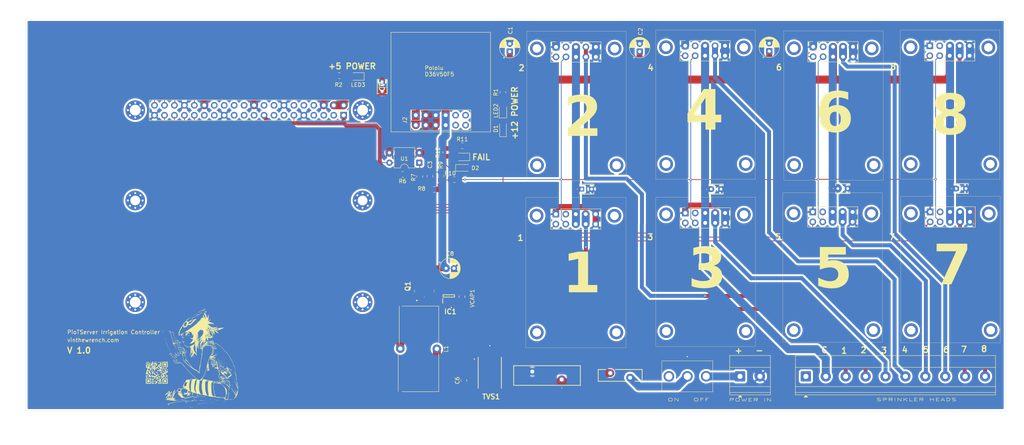
<source format=kicad_pcb>
(kicad_pcb (version 20241229) (generator "pcbnew") (generator_version "9.0")
  (layers (0 "F.Cu" signal) (2 "B.Cu" signal) (13 "F.Paste" user) (15 "B.Paste" user) (5 "F.SilkS" user "F.Silkscreen") (7 "B.SilkS" user "B.Silkscreen") (1 "F.Mask" user) (3 "B.Mask" user) (25 "Edge.Cuts" user))
  (net 0 "")
  (net 1 "+5V")
  (net 2 "GND")
  (net 3 "+12V")
  (net 4 "/FAIL")
  (net 5 "Net-(C3-Pad1)")
  (net 6 "Net-(D2-A)")
  (net 7 "/GPIO26")
  (net 8 "/GPIO25")
  (net 9 "/GPIO4{slash}GPCLK0")
  (net 10 "+3V3")
  (net 11 "/GPIO7{slash}SPI0.CE1")
  (net 12 "/GPIO27")
  (net 13 "/ID_SCL")
  (net 14 "/GPIO24")
  (net 15 "/GPIO17")
  (net 16 "/GPIO15{slash}RXD0")
  (net 17 "/GPIO22")
  (net 18 "/GPIO10{slash}SPI0.MOSI")
  (net 19 "/GPIO9{slash}SPI0.MISO")
  (net 20 "/GPIO23")
  (net 21 "/GPIO18{slash}PCM.CLK")
  (net 22 "/GPIO12")
  (net 23 "/GPIO5")
  (net 24 "/GPIO11{slash}SPI0.SCLK")
  (net 25 "/GPIO8{slash}SPI0.CE0")
  (net 26 "/ID_SDA")
  (net 27 "/GPIO20")
  (net 28 "/GPIO2{slash}SDA1")
  (net 29 "/GPIO14{slash}TXD0")
  (net 30 "/GPIO3{slash}SCL1")
  (net 31 "/GPIO21")
  (net 32 "/GPIO6")
  (net 33 "/GPIO16")
  (net 38 "Net-(R7-Pad1)")
  (net 39 "Net-(R10-Pad1)")
  (net 40 "Net-(LED1-A)")
  (net 41 "/GPIO13")
  (net 42 "/GPIO19")
  (net 43 "/OUT1")
  (net 45 "/OUT2")
  (net 47 "/OUT3")
  (net 49 "/OUT4")
  (net 51 "/OUT5")
  (net 54 "/OUT6")
  (net 56 "/OUT7")
  (net 57 "/OUT8")
  (net 59 "Net-(C6-Pad1)")
  (net 60 "Net-(IC1-EN)")
  (net 61 "Net-(IC1-VCAP)")
  (net 62 "Net-(IC1-G)")
  (net 66 "Net-(SW1-A)")
  (net 67 "Net-(J12-Pin_1)")
  (net 68 "Net-(D1-A)")
  (net 70 "Net-(LED2-A)")
  (net 71 "Net-(LED3-A)")
  (footprint "SMCJ60CA:DIONM7959X262N" (layer "F.Cu") (at 174.45 163.15 90)
    (property "Reference" "TVS1")
    (property "Value" "SMCJ60CA" (hide yes))
  )
  (footprint "MountingHole:MountingHole_2.2mm_M2_ISO7380_Pad_TopBottom" (layer "F.Cu") (at 251.95 122.48 180)
    (property "Reference" "REF**" (hide yes))
    (property "Value" "MountingHole_2.2mm_M2_ISO7380_Pad_TopBottom" (hide yes))
  )
  (footprint "MountingHole:MountingHole_2.2mm_M2_ISO7380_Pad_TopBottom" (layer "F.Cu") (at 301.65 80.15 180)
    (property "Reference" "REF**" (hide yes))
    (property "Value" "MountingHole_2.2mm_M2_ISO7380_Pad_TopBottom" (hide yes))
  )
  (footprint "Capacitor_SMD:C_0805_2012Metric_Pad1.18x1.45mm_HandSolder" (layer "F.Cu") (at 167.35 143.75 -90)
    (property "Reference" "VCAP1")
    (property "Value" ".1uf" (hide yes))
  )
  (footprint "Connector_PinSocket_2.54mm:PinSocket_2x05_P2.54mm_Vertical" (layer "F.Cu") (at 256.85 122.11 90)
    (property "Reference" "J8" (hide yes))
    (property "Value" "Conn_02x05_Odd_Even")
  )
  (footprint "MountingHole:MountingHole_2.5mm_Pad_Via" (layer "F.Cu") (at 84 145.15)
    (property "Reference" "MH5" (hide yes))
    (property "Value" "MountingHole_2.5mm_Pad_Via" (hide yes))
  )
  (footprint "MountingHole:MountingHole_2.5mm_Pad_Via" (layer "F.Cu") (at 142 119.2)
    (property "Reference" "MH3" (hide yes))
    (property "Value" "MountingHole_2.5mm_Pad_Via" (hide yes))
  )
  (footprint "LED_SMD:LED_0805_2012Metric_Pad1.15x1.40mm_HandSolder" (layer "F.Cu") (at 167.475 108.075 180)
    (property "Reference" "LED1" (hide yes))
    (property "Value" "APT2012SURCK" (hide yes))
  )
  (footprint "Connector_PinSocket_2.54mm:PinSocket_2x20_P2.54mm_Vertical" (layer "F.Cu") (at 137.18 97.45 -90)
    (property "Reference" "J1" (hide yes))
    (property "Value" "GPIO")
  )
  (footprint "Capacitor_SMD:C_0805_2012Metric_Pad1.18x1.45mm_HandSolder" (layer "F.Cu") (at 159.2 112.9875 90)
    (property "Reference" "C3")
    (property "Value" ".68uf" (hide yes))
  )
  (footprint "Connector_PinSocket_2.54mm:PinSocket_2x05_P2.54mm_Vertical" (layer "F.Cu") (at 286.7 79.73 90)
    (property "Reference" "J9" (hide yes))
    (property "Value" "Conn_02x05_Odd_Even")
  )
  (footprint "Noodle:noodle3" (layer "F.Cu") (at 99.541289 158.10812)
    (property "Reference" "G***" (hide yes))
    (property "Value" "LOGO" (hide yes))
  )
  (footprint "MountingHole:MountingHole_2.2mm_M2_ISO7380_Pad_TopBottom" (layer "F.Cu") (at 301.75 122.53 180)
    (property "Reference" "REF**" (hide yes))
    (property "Value" "MountingHole_2.2mm_M2_ISO7380_Pad_TopBottom" (hide yes))
  )
  (footprint "Connector_PinSocket_2.54mm:PinSocket_2x05_P2.54mm_Vertical" (layer "F.Cu") (at 224.3 79.73 90)
    (property "Reference" "J5" (hide yes))
    (property "Value" "Conn_02x05_Odd_Even")
  )
  (footprint "MountingHole:MountingHole_2.2mm_M2_ISO7380_Pad_TopBottom" (layer "F.Cu") (at 302.25 152.28 180)
    (property "Reference" "REF**" (hide yes))
    (property "Value" "MountingHole_2.2mm_M2_ISO7380_Pad_TopBottom" (hide yes))
  )
  (footprint "Resistor_SMD:R_0805_2012Metric_Pad1.20x1.40mm_HandSolder" (layer "F.Cu") (at 156.6 113.075 -90)
    (property "Reference" "R7")
    (property "Value" "100" (hide yes))
  )
  (footprint "Diode_SMD:D_SOD-323_HandSoldering" (layer "F.Cu") (at 177.83 100.9 90)
    (property "Reference" "D1")
    (property "Value" "1N4148WS-7-F" (hide yes))
  )
  (footprint "MountingHole:MountingHole_2.2mm_M2_ISO7380_Pad_TopBottom" (layer "F.Cu") (at 281.9 122.48 180)
    (property "Reference" "REF**" (hide yes))
    (property "Value" "MountingHole_2.2mm_M2_ISO7380_Pad_TopBottom" (hide yes))
  )
  (footprint "Resistor_SMD:R_0805_2012Metric_Pad1.20x1.40mm_HandSolder" (layer "F.Cu") (at 160.25 116.375)
    (property "Reference" "R8")
    (property "Value" "150" (hide yes))
  )
  (footprint "LED_SMD:LED_0805_2012Metric_Pad1.15x1.40mm_HandSolder" (layer "F.Cu") (at 140.525 87.55 180)
    (property "Reference" "LED3")
    (property "Value" "LG M67K-H1J2-24-Z" (hide yes))
  )
  (footprint "MountingHole:MountingHole_2.5mm_Pad_Via" (layer "F.Cu") (at 84 96.15)
    (property "Reference" "MH1" (hide yes))
    (property "Value" "MountingHole_2.5mm_Pad_Via" (hide yes))
  )
  (footprint "RCER71H104K0DBH03A:RCER71H104K0DBH03A" (layer "F.Cu") (at 293.45 116.15)
    (property "Reference" "C10" (hide yes))
    (property "Value" ".1uf" (hide yes))
  )
  (footprint "Resistor_SMD:R_0805_2012Metric_Pad1.20x1.40mm_HandSolder" (layer "F.Cu") (at 163.225 106.925 -90)
    (property "Reference" "R12")
    (property "Value" "6.8K" (hide yes))
  )
  (footprint "Package_DIP:DIP-4_W7.62mm" (layer "F.Cu") (at 156.47 109.565 180)
    (property "Reference" "U1")
    (property "Value" "PC817")
  )
  (footprint "Connector_PinSocket_2.54mm:PinSocket_2x05_P2.54mm_Vertical" (layer "F.Cu") (at 256.95 79.98 90)
    (property "Reference" "J7" (hide yes))
    (property "Value" "Conn_02x05_Odd_Even")
  )
  (footprint "MountingHole:MountingHole_2.2mm_M2_ISO7380_Pad_TopBottom" (layer "F.Cu") (at 206.8 110.2 180)
    (property "Reference" "REF**" (hide yes))
    (property "Value" "MountingHole_2.2mm_M2_ISO7380_Pad_TopBottom" (hide yes))
  )
  (footprint "Connector_PinSocket_2.54mm:PinSocket_2x05_P2.54mm_Vertical" (layer "F.Cu") (at 191.3 122.68 90)
    (property "Reference" "J3" (hide yes))
    (property "Value" "Conn_02x05_Odd_Even")
  )
  (footprint "MountingHole:MountingHole_2.2mm_M2_ISO7380_Pad_TopBottom" (layer "F.Cu") (at 186.45 152.85 180)
    (property "Reference" "REF**" (hide yes))
    (property "Value" "MountingHole_2.2mm_M2_ISO7380_Pad_TopBottom" (hide yes))
  )
  (footprint "Capacitor_THT:CP_Radial_D5.0mm_P2.00mm" (layer "F.Cu") (at 179.55 81.205113 90)
    (property "Reference" "C1")
    (property "Value" "10uf")
  )
  (footprint "MountingHole:MountingHole_2.2mm_M2_ISO7380_Pad_TopBottom" (layer "F.Cu") (at 186.4 123.05 180)
    (property "Reference" "REF**" (hide yes))
    (property "Value" "MountingHole_2.2mm_M2_ISO7380_Pad_TopBottom" (hide yes))
  )
  (footprint "Connector_PinSocket_2.54mm:PinSocket_2x05_P2.54mm_Vertical" (layer "F.Cu") (at 286.8 122.11 90)
    (property "Reference" "J10" (hide yes))
    (property "Value" "Conn_02x05_Odd_Even")
  )
  (footprint "Capacitor_SMD:C_0805_2012Metric_Pad1.18x1.45mm_HandSolder" (layer "F.Cu") (at 167.85 165.1125 90)
    (property "Reference" "C6")
    (property "Value" ".1uf")
  )
  (footprint "MountingHole:MountingHole_2.5mm_Pad_Via" (layer "F.Cu") (at 142 96.15)
    (property "Reference" "MH2" (hide yes))
    (property "Value" "MountingHole_2.5mm_Pad_Via" (hide yes))
  )
  (footprint "Capacitor_THT:CP_Radial_D5.0mm_P2.00mm" (layer "F.Cu") (at 163.3 136.5)
    (property "Reference" "C8")
    (property "Value" "220uf" (hide yes))
  )
  (footprint "MountingHole:MountingHole_2.2mm_M2_ISO7380_Pad_TopBottom" (layer "F.Cu") (at 252.05 80.35 180)
    (property "Reference" "REF**" (hide yes))
    (property "Value" "MountingHole_2.2mm_M2_ISO7380_Pad_TopBottom" (hide yes))
  )
  (footprint "MountingHole:MountingHole_2.2mm_M2_ISO7380_Pad_TopBottom" (layer "F.Cu") (at 239.75 109.9 180)
    (property "Reference" "REF**" (hide yes))
    (property "Value" "MountingHole_2.2mm_M2_ISO7380_Pad_TopBottom" (hide yes))
  )
  (footprint "MountingHole:MountingHole_2.2mm_M2_ISO7380_Pad_TopBottom" (layer "F.Cu") (at 219.45 109.9 180)
    (property "Reference" "REF**" (hide yes))
    (property "Value" "MountingHole_2.2mm_M2_ISO7380_Pad_TopBottom" (hide yes))
  )
  (footprint "MountingHole:MountingHole_2.2mm_M2_ISO7380_Pad_TopBottom" (layer "F.Cu") (at 252 152.28 180)
    (property "Reference" "REF**" (hide yes))
    (property "Value" "MountingHole_2.2mm_M2_ISO7380_Pad_TopBottom" (hide yes))
  )
  (footprint "LED_SMD:LED_0805_2012Metric_Pad1.15x1.40mm_HandSolder" (layer "F.Cu") (at 177.83 96.285 90)
    (property "Reference" "LED2")
    (property "Value" "LG M67K-H1J2-24-Z" (hide yes))
  )
  (footprint "MountingHole:MountingHole_2.2mm_M2_ISO7380_Pad_TopBottom" (layer "F.Cu") (at 206.25 123.1 180)
    (property "Reference" "REF**" (hide yes))
    (property "Value" "MountingHole_2.2mm_M2_ISO7380_Pad_TopBottom" (hide yes))
  )
  (footprint "MountingHole:MountingHole_2.5mm_Pad_Via" (layer "F.Cu") (at 142 145.15)
    (property "Reference" "MH6" (hide yes))
    (property "Value" "MountingHole_2.5mm_Pad_Via" (hide yes))
  )
  (footprint "MountingHole:MountingHole_2.2mm_M2_ISO7380_Pad_TopBottom" (layer "F.Cu") (at 302.15 109.9 180)
    (property "Reference" "REF**" (hide yes))
    (property "Value" "MountingHole_2.2mm_M2_ISO7380_Pad_TopBottom" (hide yes))
  )
  (footprint "RCER71H104K0DBH03A:RCER71H104K0DBH03A" (layer "F.Cu") (at 147 91.4 90)
    (property "Reference" "C7")
    (property "Value" ".1uf" (hide yes))
  )
  (footprint "V14E14AUTO:V14E14AUTO" (layer "F.Cu") (at 192.8 164.85 180)
    (property "Reference" "RV1" (hide yes))
    (property "Value" "MOV-14D201KKTR" (hide yes))
  )
  (footprint "MountingHole:MountingHole_2.2mm_M2_ISO7380_Pad_TopBottom" (layer "F.Cu") (at 206.3 80.45 180)
    (property "Reference" "REF**" (hide yes))
    (property "Value" "MountingHole_2.2mm_M2_ISO7380_Pad_TopBottom" (hide yes))
  )
  (footprint "Connector_PinSocket_2.54mm:PinSocket_2x05_P2.54mm_Vertical" (layer "F.Cu") (at 224.33 122.38 90)
    (property "Reference" "J6" (hide yes))
    (property "Value" "Conn_02x05_Odd_Even")
  )
  (footprint "MountingHole:MountingHole_2.5mm_Pad_Via" (layer "F.Cu") (at 84 119.2)
    (property "Reference" "MH4" (hide yes))
    (property "Value" "MountingHole_2.5mm_Pad_Via" (hide yes))
  )
  (footprint "LM74500QDDFRQ1:SOT65P280X110-8N" (layer "F.Cu") (at 164 143.55 90)
    (property "Reference" "IC1")
    (property "Value" "LM74500QDDFRQ1" (hide yes))
  )
  (footprint "Inductor_THT:L_Toroid_Vertical_L21.6mm_W9.1mm_P8.40mm_Bourns_5700" (layer "F.Cu") (at 162.31 157.08 -90)
    (property "Reference" "L1")
    (property "Value" "10 uH")
  )
  (footprint "Connector_PinSocket_2.54mm:PinSocket_2x05_P2.54mm_Vertical" (layer "F.Cu") (at 191.35 80.03 90)
    (property "Reference" "J4" (hide yes))
    (property "Value" "Conn_02x05_Odd_Even")
  )
  (footprint "MountingHole:MountingHole_2.2mm_M2_ISO7380_Pad_TopBottom" (layer "F.Cu") (at 219.43 122.75 180)
    (property "Reference" "REF**" (hide yes))
    (property "Value" "MountingHole_2.2mm_M2_ISO7380_Pad_TopBottom" (hide yes))
  )
  (footprint "RCER71H104K0DBH03A:RCER71H104K0DBH03A" (layer "F.Cu") (at 197.925 116.3)
    (property "Reference" "C5" (hide yes))
    (property "Value" ".1uf" (hide yes))
  )
  (footprint "MountingHole:MountingHole_2.2mm_M2_ISO7380_Pad_TopBottom" (layer "F.Cu") (at 219.4 80.1 180)
    (property "Reference" "REF**" (hide yes))
    (property "Value" "MountingHole_2.2mm_M2_ISO7380_Pad_TopBottom" (hide yes))
  )
  (footprint "MountingHole:MountingHole_2.2mm_M2_ISO7380_Pad_TopBottom" (layer "F.Cu") (at 239.28 122.8 180)
    (property "Reference" "REF**" (hide yes))
    (property "Value" "MountingHole_2.2mm_M2_ISO7380_Pad_TopBottom" (hide yes))
  )
  (footprint "Connector_PinSocket_2.54mm:PinSocket_2x06_P2.54mm_Vertical" (layer "F.Cu") (at 155.575 97.435 90)
    (property "Reference" "J2")
    (property "Value" "Conn_02x06_Top_Bottom" (hide yes))
  )
  (footprint "MountingHole:MountingHole_2.2mm_M2_ISO7380_Pad_TopBottom" (layer "F.Cu") (at 281.85 109.9 180)
    (property "Reference" "REF**" (hide yes))
    (property "Value" "MountingHole_2.2mm_M2_ISO7380_Pad_TopBottom" (hide yes))
  )
  (footprint "RXEF090:RXEF0902" (layer "F.Cu") (at 210.25 164.4 180)
    (property "Reference" "F1" (hide yes))
    (property "Value" "RXEF090" (hide yes))
  )
  (footprint "MountingHole:MountingHole_2.2mm_M2_ISO7380_Pad_TopBottom" (layer "F.Cu") (at 186.5 110.2 180)
    (property "Reference" "REF**" (hide yes))
    (property "Value" "MountingHole_2.2mm_M2_ISO7380_Pad_TopBottom" (hide yes))
  )
  (footprint "LOGO" (layer "F.Cu") (at 89.5 163.15 180)
    (property "Reference" "G***" (hide yes))
    (property "Value" "LOGO" (hide yes))
  )
  (footprint "MountingHole:MountingHole_2.2mm_M2_ISO7380_Pad_TopBottom" (layer "F.Cu") (at 239.78 152.55 180)
    (property "Reference" "REF**" (hide yes))
    (property "Value" "MountingHole_2.2mm_M2_ISO7380_Pad_TopBottom" (hide yes))
  )
  (footprint "MountingHole:MountingHole_2.2mm_M2_ISO7380_Pad_TopBottom" (layer "F.Cu") (at 281.8 80.1 180)
    (property "Reference" "REF**" (hide yes))
    (property "Value" "MountingHole_2.2mm_M2_ISO7380_Pad_TopBottom" (hide yes))
  )
  (footprint "Diode_SMD:D_SOD-323_HandSoldering" (layer "F.Cu") (at 167.75 110.875)
    (property "Reference" "D2")
    (property "Value" "1N4148WS-7-F" (hide yes))
  )
  (footprint "M2011SS1W01:M2011SS1W01CUL" (layer "F.Cu") (at 224.85 164.0725 90)
    (property "Reference" "SW1" (hide yes))
    (property "Value" "SW_SPST" (hide yes))
  )
  (footprint "Resistor_SMD:R_0805_2012Metric_Pad1.20x1.40mm_HandSolder" (layer "F.Cu") (at 165.4 113.875)
    (property "Reference" "R10")
    (property "Value" "3.3K" (hide yes))
  )
  (footprint "CSD18532Q5BT:CSD18532Q5BT" (layer "F.Cu") (at 157.75 140.8 90)
    (property "Reference" "Q1")
    (property "Value" "CSD18532Q5BT" (hide yes))
  )
  (footprint "MountingHole:MountingHole_2.2mm_M2_ISO7380_Pad_TopBottom" (layer "F.Cu") (at 271.8 122.53 180)
    (property "Reference" "REF**" (hide yes))
    (property "Value" "MountingHole_2.2mm_M2_ISO7380_Pad_TopBottom" (hide yes))
  )
  (footprint "MountingHole:MountingHole_2.2mm_M2_ISO7380_Pad_TopBottom" (layer "F.Cu") (at 219.48 152.55 180)
    (property "Reference" "REF**" (hide yes))
    (property "Value" "MountingHole_2.2mm_M2_ISO7380_Pad_TopBottom" (hide yes))
  )
  (footprint "MountingHole:MountingHole_2.2mm_M2_ISO7380_Pad_TopBottom" (layer "F.Cu") (at 271.9 80.4 180)
    (property "Reference" "REF**" (hide yes))
    (property "Value" "MountingHole_2.2mm_M2_ISO7380_Pad_TopBottom" (hide yes))
  )
  (footprint "Capacitor_THT:CP_Radial_D5.0mm_P2.00mm" (layer "F.Cu") (at 212.7 81.205113 90)
    (property "Reference" "C2")
    (property "Value" "10uf" (hide yes))
  )
  (footprint "Capacitor_THT:CP_Radial_D5.0mm_P2.00mm" (layer "F.Cu") (at 245.75 81.1 90)
    (property "Reference" "C4" (hide yes))
    (property "Value" "10uf" (hide yes))
  )
  (footprint "MountingHole:MountingHole_2.2mm_M2_ISO7380_Pad_TopBottom" (layer "F.Cu") (at 281.95 152.28 180)
    (property "Reference" "REF**" (hide yes))
    (property "Value" "MountingHole_2.2mm_M2_ISO7380_Pad_TopBottom" (hide yes))
  )
  (footprint "TerminalBlock_Phoenix:TerminalBlock_Phoenix_MKDS-1,5-2-5.08_1x02_P5.08mm_Horizontal" (layer "F.Cu") (at 238.305 164.0725)
    (property "Reference" "J12" (hide yes))
    (property "Value" "Screw_Terminal_01x02" (hide yes))
  )
  (footprint "Resistor_SMD:R_0805_2012Metric_Pad1.20x1.40mm_HandSolder" (layer "F.Cu") (at 136.05 87.35)
    (property "Reference" "R2")
    (property "Value" "330" (hide yes))
  )
  (footprint "RCER71H104K0DBH03A:RCER71H104K0DBH03A" (layer "F.Cu") (at 230.95 116.3)
    (property "Reference" "C5" (hide yes))
    (property "Value" ".1uf" (hide yes))
  )
  (footprint "MountingHole:MountingHole_2.2mm_M2_ISO7380_Pad_TopBottom" (layer "F.Cu") (at 272.4 110.15 180)
    (property "Reference" "REF**" (hide yes))
    (property "Value" "MountingHole_2.2mm_M2_ISO7380_Pad_TopBottom" (hide yes))
  )
  (footprint "Resistor_SMD:R_0805_2012Metric_Pad1.20x1.40mm_HandSolder" (layer "F.Cu") (at 177.83 91.6 -90)
    (property "Reference" "R1")
    (property "Value" "5.6K" (hide yes))
  )
  (footprint "TerminalBlock_Phoenix:TerminalBlock_Phoenix_MKDS-1,5-10-5.08_1x10_P5.08mm_Horizontal" (layer "F.Cu") (at 255.09 164.0725)
    (property "Reference" "J11" (hide yes))
    (property "Value" "Screw_Terminal_01x10" (hide yes))
  )
  (footprint "Resistor_SMD:R_0805_2012Metric_Pad1.20x1.40mm_HandSolder" (layer "F.Cu") (at 161.95 112.975 90)
    (property "Reference" "R9")
    (property "Value" "1.8K" (hide yes))
  )
  (footprint "MountingHole:MountingHole_2.2mm_M2_ISO7380_Pad_TopBottom" (layer "F.Cu") (at 206.75 152.85 180)
    (property "Reference" "REF**" (hide yes))
    (property "Value" "MountingHole_2.2mm_M2_ISO7380_Pad_TopBottom" (hide yes))
  )
  (footprint "Resistor_SMD:R_0805_2012Metric_Pad1.20x1.40mm_HandSolder" (layer "F.Cu") (at 152.225 112.55 180)
    (property "Reference" "R6")
    (property "Value" "10K")
  )
  (footprint "MountingHole:MountingHole_2.2mm_M2_ISO7380_Pad_TopBottom" (layer "F.Cu") (at 252.1 110.15 180)
    (property "Reference" "REF**" (hide yes))
    (property "Value" "MountingHole_2.2mm_M2_ISO7380_Pad_TopBottom" (hide yes))
  )
  (footprint "RCER71H104K0DBH03A:RCER71H104K0DBH03A" (layer "F.Cu") (at 263.25 116.15)
    (property "Reference" "C9" (hide yes))
    (property "Value" ".1uf" (hide yes))
  )
  (footprint "MountingHole:MountingHole_2.2mm_M2_ISO7380_Pad_TopBottom" (layer "F.Cu") (at 239.25 80.15 180)
    (property "Reference" "REF**" (hide yes))
    (property "Value" "MountingHole_2.2mm_M2_ISO7380_Pad_TopBottom" (hide yes))
  )
  (footprint "MountingHole:MountingHole_2.2mm_M2_ISO7380_Pad_TopBottom" (layer "F.Cu") (at 186.45 80.4 180)
    (property "Reference" "REF**" (hide yes))
    (property "Value" "MountingHole_2.2mm_M2_ISO7380_Pad_TopBottom" (hide yes))
  )
  (footprint "Resistor_SMD:R_0805_2012Metric_Pad1.20x1.40mm_HandSolder" (layer "F.Cu") (at 167.45 105.225)
    (property "Reference" "R11")
    (property "Value" "5.6K" (hide yes))
  )
  (footprint "MountingHole:MountingHole_2.2mm_M2_ISO7380_Pad_TopBottom" (layer "F.Cu") (at 272.3 152.28 180)
    (property "Reference" "REF**" (hide yes))
    (property "Value" "MountingHole_2.2mm_M2_ISO7380_Pad_TopBottom" (hide yes))
  )
  (footprint "Raspberry-Pi-4-library-for-kicad:raspberrypi_2_3" (layer "B.Cu") (at 113 96.15 180)
    (property "Reference" "RP?" (hide yes))
    (property "Value" "Raspberry_Pi_2_3" (hide yes))
  )
  (gr_rect (start 155.55 143) (end 158.65 145.5) (stroke (width 0.2)) (fill yes) (layer "F.Cu") (net 60))
  (gr_rect (start 279.3 118.08) (end 304.7 155.53) (stroke (width 0.05)) (fill no) (layer "F.SilkS"))
  (gr_rect (start 279.2 75.7) (end 304.6 113.8) (stroke (width 0.05)) (fill no) (layer "F.SilkS"))
  (gr_rect (start 183.85 76) (end 209.25 114.1) (stroke (width 0.05)) (fill no) (layer "F.SilkS"))
  (gr_rect (start 216.8 75.7) (end 242.2 113.8) (stroke (width 0.05)) (fill no) (layer "F.SilkS"))
  (gr_rect (start 216.83 118.35) (end 242.23 156.45) (stroke (width 0.05)) (fill no) (layer "F.SilkS"))
  (gr_rect (start 249.45 75.95) (end 274.85 114.05) (stroke (width 0.05)) (fill no) (layer "F.SilkS"))
  (gr_rect (start 183.65 118.43) (end 209.2 156.75) (stroke (width 0.05)) (fill no) (layer "F.SilkS"))
  (gr_rect (start 249.225 117.25) (end 274.625 155.35) (stroke (width 0.05)) (fill no) (layer "F.SilkS"))
  (gr_rect (start 149.25 76.3) (end 174.65 101.7) (stroke (width 0.12)) (fill no) (layer "F.SilkS"))
  (gr_rect (start 56.05 72.9) (end 306.05 172.9) (stroke (width 0.05)) (fill no) (layer "Edge.Cuts"))
  (gr_text "2" (at 193.25 104.45 0) (layer "F.SilkS") (effects (font (size 10.16 10.16) (thickness 0.3) (bold yes)) (justify left bottom)))
  (gr_text "ON   OFF\n" (at 219.675 170.475 0) (layer "F.SilkS") (effects (font (size 0.7634 1.5) (thickness 0.1016)) (justify left bottom)))
  (gr_text "2" (at 181.65 86.275 0) (layer "F.SilkS") (effects (font (size 1.5 1.5) (thickness 0.3) (bold yes)) (justify left bottom)))
  (gr_text "4" (at 214.575 86.225 0) (layer "F.SilkS") (effects (font (size 1.5 1.5) (thickness 0.3) (bold yes)) (justify left bottom)))
  (gr_text "6" (at 247.325 86.125 0) (layer "F.SilkS") (effects (font (size 1.5 1.5) (thickness 0.3) (bold yes)) (justify left bottom)))
  (gr_text "+5 POWER" (at 133.09 85.83 0) (layer "F.SilkS") (effects (font (size 1.5 1.5) (thickness 0.3) (bold yes)) (justify left bottom)))
  (gr_text "8" (at 286.95 104 0) (layer "F.SilkS") (effects (font (size 10.16 10.16) (thickness 0.3) (bold yes)) (justify left bottom)))
  (gr_text "3" (at 214.475 129.4 0) (layer "F.SilkS") (effects (font (size 1.5 1.5) (thickness 0.3) (bold yes)) (justify left bottom)))
  (gr_text "7\n" (at 294.525 158.075 0) (layer "F.SilkS") (effects (font (size 1.5 1.5) (thickness 0.3) (bold yes)) (justify left bottom)))
  (gr_text "1" (at 192.97 144.34 0) (layer "F.SilkS") (effects (font (size 10.16 10.16) (thickness 0.3) (bold yes)) (justify left bottom)))
  (gr_text "3" (at 224.98 143.12 0) (layer "F.SilkS") (effects (font (size 10.16 10.16) (thickness 0.3) (bold yes)) (justify left bottom)))
  (gr_text "4" (at 279.425 158.2 0) (layer "F.SilkS") (effects (font (size 1.5 1.5) (thickness 0.3) (bold yes)) (justify left bottom)))
  (gr_text "SPRINKLER HEADS" (at 272.95 170.45 0) (layer "F.SilkS") (effects (font (size 0.7634 1.5) (thickness 0.1016)) (justify left bottom)))
  (gr_text "6" (at 257.45 103.4 0) (layer "F.SilkS") (effects (font (size 10.16 10.16) (thickness 0.3) (bold yes)) (justify left bottom)))
  (gr_text "5" (at 247.1 129.4 0) (layer "F.SilkS") (effects (font (size 1.5 1.5) (thickness 0.3) (bold yes)) (justify left bottom)))
  (gr_text "+" (at 236.8 158.36 0) (layer "F.SilkS") (effects (font (size 1.5 1.5) (thickness 0.3) (bold yes)) (justify left bottom)))
  (gr_text "5" (at 284.775 158.15 0) (layer "F.SilkS") (effects (font (size 1.5 1.5) (thickness 0.3) (bold yes)) (justify left bottom)))
  (gr_text "POWER IN" (at 235.33 170.52 0) (layer "F.SilkS") (effects (font (size 0.7634 1.5) (thickness 0.1016)) (justify left bottom)))
  (gr_text "3" (at 274.125 158.325 0) (layer "F.SilkS") (effects (font (size 1.5 1.5) (thickness 0.3) (bold yes)) (justify left bottom)))
  (gr_text "Pololu\nD36V50F5" (at 157.775 87.575 0) (layer "F.SilkS") (effects (font (size 1 1)) (justify left bottom)))
  (gr_text "2" (at 268.875 158.25 0) (layer "F.SilkS") (effects (font (size 1.5 1.5) (thickness 0.3) (bold yes)) (justify left bottom)))
  (gr_text "4" (at 224.25 102.85 0) (layer "F.SilkS") (effects (font (size 10.16 10.16) (thickness 0.3) (bold yes)) (justify left bottom)))
  (gr_text "V 1.0\n" (at 66.45 158.325 0) (layer "F.SilkS") (effects (font (size 1.5 1.5) (thickness 0.3) (bold yes)) (justify left bottom)))
  (gr_text "7" (at 276.125 129.4 0) (layer "F.SilkS") (effects (font (size 1.5 1.5) (thickness 0.3) (bold yes)) (justify left bottom)))
  (gr_text "1" (at 181.375 129.6 0) (layer "F.SilkS") (effects (font (size 1.5 1.5) (thickness 0.3) (bold yes)) (justify left bottom)))
  (gr_text "-" (at 242.11 158.3 0) (layer "F.SilkS") (effects (font (size 1.5 1.5) (thickness 0.3) (bold yes)) (justify left bottom)))
  (gr_text "5" (at 257.15 143.15 0) (layer "F.SilkS") (effects (font (size 10.16 10.16) (thickness 0.3) (bold yes)) (justify left bottom)))
  (gr_text "FAIL" (at 174.7 109.025 0) (layer "F.SilkS") (effects (font (size 1.5 1.5) (thickness 0.3) (bold yes)) (justify right bottom)))
  (gr_text "PioTServer Irrigation Controller " (at 66.575 153.375 0) (layer "F.SilkS") (effects (font (size 1 1)) (justify left bottom)))
  (gr_text "vinthewrench.com" (at 66.575 155.4 0) (layer "F.SilkS") (effects (font (size 1 1)) (justify left bottom)))
  (gr_text "6" (at 289.975 158.15 0) (layer "F.SilkS") (effects (font (size 1.5 1.5) (thickness 0.3) (bold yes)) (justify left bottom)))
  (gr_text "1" (at 263.95 158.375 0) (layer "F.SilkS") (effects (font (size 1.5 1.5) (thickness 0.3) (bold yes)) (justify left bottom)))
  (gr_text "8" (at 276.45 85.975 0) (layer "F.SilkS") (effects (font (size 1.5 1.5) (thickness 0.3) (bold yes)) (justify left bottom)))
  (gr_text "7" (at 287.5 142.3 0) (layer "F.SilkS") (effects (font (size 10.16 10.16) (thickness 0.3) (bold yes)) (justify left bottom)))
  (gr_text "8" (at 299.65 157.95 0) (layer "F.SilkS") (effects (font (size 1.5 1.5) (thickness 0.3) (bold yes)) (justify left bottom)))
  (gr_text "C" (at 258.875 158.2 0) (layer "F.SilkS") (effects (font (size 1.5 1.5) (thickness 0.3) (bold yes)) (justify left bottom)))
  (gr_text "+12 POWER" (at 181.69 89.94 90) (layer "F.SilkS") (effects (font (size 1.5 1.5) (thickness 0.3) (bold yes)) (justify right bottom)))
  (segment (start 143.31 91.44) (end 143.3 91.45) (width 0.2) (layer "F.Cu") (net 1))
  (segment (start 155.575 99.975) (end 155.575 97.435) (width 2.032) (layer "F.Cu") (net 1))
  (segment (start 153.925 91.45) (end 155.575 93.1) (width 2.032) (layer "F.Cu") (net 1))
  (segment (start 134.64 94.91) (end 137.18 94.91) (width 2.032) (layer "F.Cu") (net 1))
  (segment (start 137.75 91.45) (end 143.3 91.45) (width 2.032) (layer "F.Cu") (net 1))
  (segment (start 137.18 94.91) (end 137.18 92.02) (width 2.032) (layer "F.Cu") (net 1))
  (segment (start 143.3 91.45) (end 153.925 91.45) (width 2.032) (layer "F.Cu") (net 1))
  (segment (start 141.56 87.56) (end 143.31 87.56) (width 0.2) (layer "F.Cu") (net 1))
  (segment (start 137.18 92.02) (end 137.75 91.45) (width 2.032) (layer "F.Cu") (net 1))
  (segment (start 155.575 93.1) (end 155.575 97.435) (width 2.032) (layer "F.Cu") (net 1))
  (segment (start 143.31 87.56) (end 143.31 91.44) (width 0.2) (layer "F.Cu") (net 1))
  (segment (start 158.2 102.525) (end 158.115 102.44) (width 2.032) (layer "F.Cu") (net 2))
  (segment (start 234.45 121.1) (end 234.45 124.842081) (width 1.524) (layer "F.Cu") (net 2))
  (segment (start 116.75 90.7) (end 132.1 90.7) (width 2.032) (layer "F.Cu") (net 2))
  (segment (start 132.1 83.325) (end 147.1 83.325) (width 2.032) (layer "F.Cu") (net 2))
  (segment (start 156.47 107.025) (end 157.8 107.025) (width 2.032) (layer "F.Cu") (net 2))
  (segment (start 158.115 102.44) (end 158.115 99.975) (width 2.032) (layer "F.Cu") (net 2))
  (segment (start 177.83 116.41) (end 179.98 118.56) (width 0.2) (layer "F.Cu") (net 2))
  (segment (start 135.05 87.35) (end 132.55 87.35) (width 0.2) (layer "F.Cu") (net 2))
  (segment (start 191.733 120.867) (end 200.849081 120.867) (width 1.524) (layer "F.Cu") (net 2))
  (segment (start 163.675 145.475) (end 164.65 146.45) (width 0.2) (layer "F.Cu") (net 2))
  (segment (start 191.3 122.68) (end 191.3 121.3) (width 1.524) (layer "F.Cu") (net 2))
  (segment (start 179.98 118.56) (end 189.426 118.56) (width 0.2) (layer "F.Cu") (net 2))
  (segment (start 224.723 120.489081) (end 233.839081 120.489081) (width 1.524) (layer "F.Cu") (net 2))
  (segment (start 170.5 159.65) (end 174.45 159.65) (width 1.524) (layer "F.Cu") (net 2))
  (segment (start 148.85 107.025) (end 148.85 104.625) (width 2.032) (layer "F.Cu") (net 2))
  (segment (start 157.8 107.025) (end 158.2 106.625) (width 2.032) (layer "F.Cu") (net 2))
  (segment (start 174.45 159.65) (end 174.45 156.85) (width 1.524) (layer "F.Cu") (net 2))
  (segment (start 101.62 91.88) (end 102.8 90.7) (width 2.032) (layer "F.Cu") (net 2))
  (segment (start 132.1 87.8) (end 132.1 90.7) (width 2.032) (layer "F.Cu") (net 2))
  (segment (start 177.83 102.15) (end 177.83 116.41) (width 0.2) (layer "F.Cu") (net 2))
  (segment (start 160.2 101.425) (end 160.2 99.975) (width 2.032) (layer "F.Cu") (net 2))
  (segment (start 158.115 99.975) (end 160.2 99.975) (width 2.032) (layer "F.Cu") (net 2))
  (segment (start 159.2 107.625) (end 158.2 106.625) (width 0.2) (layer "F.Cu") (net 2))
  (segment (start 150.05 103.425) (end 158.2 103.425) (width 2.032) (layer "F.Cu") (net 2))
  (segment (start 159.2 111.95) (end 161.875 111.95) (width 0.2) (layer "F.Cu") (net 2))
  (segment (start 224.29 122.302081) (end 224.29 120.922081) (width 1.524) (layer "F.Cu") (net 2))
  (segment (start 160.2 99.975) (end 160.655 99.975) (width 2.032) (layer "F.Cu") (net 2))
  (segment (start 200.849081 120.867) (end 201.46 121.477919) (width 1.524) (layer "F.Cu") (net 2))
  (segment (start 147 83.425) (end 147.1 83.325) (width 1.524) (layer "F.Cu") (net 2))
  (segment (start 191.3 121.3) (end 191.733 120.867) (width 1.524) (layer "F.Cu") (net 2))
  (segment (start 132.55 87.35) (end 132.1 87.8) (width 0.2) (layer "F.Cu") (net 2))
  (segment (start 201.46 121.477919) (end 201.46 125.22) (width 1.524) (layer "F.Cu") (net 2))
  (segment (start 167.85 164.075) (end 167.85 162.05) (width 1.524) (layer "F.Cu") (net 2))
  (segment (start 189.426 118.56) (end 191.733 120.867) (width 0.2) (layer "F.Cu") (net 2))
  (segment (start 158.2 103.425) (end 160.2 101.425) (width 2.032) (layer "F.Cu") (net 2))
  (segment (start 102.8 90.7) (end 116.75 90.7) (width 2.032) (layer "F.Cu") (net 2))
  (segment (start 148.85 104.625) (end 150.05 103.425) (width 2.032) (layer "F.Cu") (net 2))
  (segment (start 160.655 97.435) (end 160.655 99.975) (width 2.032) (layer "F.Cu") (net 2))
  (segment (start 101.62 94.91) (end 101.62 91.88) (width 2.032) (layer "F.Cu") (net 2))
  (segment (start 167.85 162.05) (end 170.25 159.65) (width 1.524) (layer "F.Cu") (net 2))
  (segment (start 158.115 97.435) (end 160.655 97.435) (width 2.032) (layer "F.Cu") (net 2))
  (segment (start 115.45 90.7) (end 116.75 90.7) (width 2.032) (layer "F.Cu") (net 2))
  (segment (start 158.115 90.09) (end 158.115 97.435) (width 2.032) (layer "F.Cu") (net 2))
  (segment (start 151.35 83.325) (end 158.115 90.09) (width 2.032) (layer "F.Cu") (net 2))
  (segment (start 147.1 83.325) (end 151.35 83.325) (width 2.032) (layer "F.Cu") (net 2))
  (segment (start 132.1 87.8) (end 132.1 83.325) (width 2.032) (layer "F.Cu") (net 2))
  (segment (start 159.2 112.15) (end 159.2 107.625) (width 0.2) (layer "F.Cu") (net 2))
  (segment (start 174.5 156.8) (end 174.45 156.85) (width 1.524) (layer "F.Cu") (net 2))
  (segment (start 163.675 144.8) (end 163.675 145.475) (width 0.2) (layer "F.Cu") (net 2))
  (segment (start 158.2 103.425) (end 158.2 102.525) (width 2.032) (layer "F.Cu") (net 2))
  (segment (start 114.32 91.83) (end 115.45 90.7) (width 2.032) (layer "F.Cu") (net 2))
  (segment (start 114.32 94.91) (end 114.32 91.83) (width 2.032) (layer "F.Cu") (net 2))
  (segment (start 158.2 106.625) (end 158.2 103.425) (width 2.032) (layer "F.Cu") (net 2))
  (segment (start 170.25 159.65) (end 170.5 159.65) (width 1.524) (layer "F.Cu") (net 2))
  (segment (start 147 88.9) (end 147 83.425) (width 1.524) (layer "F.Cu") (net 2))
  (segment (start 224.29 120.922081) (end 224.723 120.489081) (width 1.524) (layer "F.Cu") (net 2))
  (segment (start 233.839081 120.489081) (end 234.45 121.1) (width 1.524) (layer "F.Cu") (net 2))
  (segment (start 132.1 90.7) (end 132.1 94.91) (width 2.032) (layer "F.Cu") (net 2))
  (segment (start 158.115 99.975) (end 158.115 97.435) (width 2.032) (layer "F.Cu") (net 2))
  (via (at 170.5 159.65) (size 0.6) (drill 0.3) (layers "F.Cu" "B.Cu") (net 2))
  (via (at 164.65 146.45) (size 0.6) (drill 0.3) (layers "F.Cu" "B.Cu") (net 2))
  (via (at 174.45 156.25) (size 0.6) (drill 0.3) (layers "F.Cu" "B.Cu") (net 2))
  (segment (start 256.95 79.98) (end 256.95 77.233) (width 2.032) (layer "B.Cu") (net 2))
  (segment (start 212.7 79.205113) (end 212.7 76.95) (width 1.524) (layer "B.Cu") (net 2))
  (segment (start 265.75 116.15) (end 266.86 116.15) (width 1.524) (layer "B.Cu") (net 2))
  (segment (start 296.96 124.65) (end 296.96 115.75) (width 2.032) (layer "B.Cu") (net 2))
  (segment (start 234.46 76.89) (end 234.5 76.85) (width 1.524) (layer "B.Cu") (net 2))
  (segment (start 296.96 115.75) (end 296.96 79.83) (width 2.032) (layer "B.Cu") (net 2))
  (segment (start 267.11 78.525) (end 267.11 79.98) (width 2.032) (layer "B.Cu") (net 2))
  (segment (start 245.75 77) (end 245.6 76.85) (width 1.524) (layer "B.Cu") (net 2))
  (segment (start 172.675 157.275) (end 170.7 159.25) (width 2.032) (layer "B.Cu") (net 2))
  (segment (start 295.95 116.15) (end 296.56 116.15) (width 1.524) (layer "B.Cu") (net 2))
  (segment (start 243.1725 164.0725) (end 242.975 163.875) (width 2.032) (layer "B.Cu") (net 2))
  (segment (start 235.275 158.325) (end 235.05 158.1) (width 2.032) (layer "B.Cu") (net 2))
  (segment (start 213.75 76.85) (end 224.25 76.85) (width 2.032) (layer "B.Cu") (net 2))
  (segment (start 191.1 76.85) (end 179.6 76.85) (width 2.032) (layer "B.Cu") (net 2))
  (segment (start 192.55 145.1) (end 166 145.1) (width 2.032) (layer "B.Cu") (net 2))
  (segment (start 187.2 162.85) (end 192.55 157.5) (width 2.032) (layer "B.Cu") (net 2))
  (segment (start 212.7 76.95) (end 212.6 76.85) (width 1.524) (layer "B.Cu") (net 2))
  (segment (start 245.6 76.85) (end 266.667 76.85) (width 2.032) (layer "B.Cu") (net 2))
  (segment (start 234.46 82.27) (end 234.47 82.26) (width 2.032) (layer "B.Cu") (net 2))
  (segment (start 296.96 79.83) (end 296.86 79.73) (width 2.032) (layer "B.Cu") (net 2))
  (segment (start 267.01 80.08) (end 267.11 79.98) (width 2.032) (layer "B.Cu") (net 2))
  (segment (start 160.655 77.72) (end 160.655 97.435) (width 2.032) (layer "B.Cu") (net 2))
  (segment (start 161.525 76.85) (end 160.655 77.72) (width 2.032) (layer "B.Cu") (net 2))
  (segment (start 166 145.1) (end 164.65 146.45) (width 2.032) (layer "B.Cu") (net 2))
  (segment (start 233.45 116.3) (end 234.39 116.3) (width 1.524) (layer "B.Cu") (net 2))
  (segment (start 191.35 77.1) (end 191.35 80.03) (width 2.032) (layer "B.Cu") (net 2))
  (segment (start 201.51 82.57) (end 201.51 77.24) (width 2.032) (layer "B.Cu") (net 2))
  (segment (start 267.11 78.525) (end 267.11 82.52) (width 2.032) (layer "B.Cu") (net 2))
  (segment (start 200.425 116.3) (end 200.425 116.55) (width 1.016) (layer "B.Cu") (net 2))
  (segment (start 234.39 116.3) (end 234.49 116.2) (width 1.524) (layer "B.Cu") (net 2))
  (segment (start 267.01 124.65) (end 267.01 116) (width 2.032) (layer "B.Cu") (net 2))
  (segment (start 185.3 162.85) (end 181.05 162.85) (width 2.032) (layer "B.Cu") (net 2))
  (segment (start 172.675 154.475) (end 164.65 146.45) (width 2.032) (layer "B.Cu") (net 2))
  (segment (start 242.975 159.675) (end 241.625 158.325) (width 2.032) (layer "B.Cu") (net 2))
  (segment (start 234.47 82.26) (end 234.47 79.68) (width 2.032) (layer "B.Cu") (net 2))
  (segment (start 234.46 79.73) (end 234.46 76.89) (width 2.032) (layer "B.Cu") (net 2))
  (segment (start 191.1 76.85) (end 191.35 77.1) (width 2.032) (layer "B.Cu") (net 2))
  (segment (start 242.975 163.875) (end 242.975 159.675) (width 2.032) (layer "B.Cu") (net 2))
  (segment (start 179.55 76.9) (end 179.6 76.85) (width 1.524) (layer "B.Cu") (net 2))
  (segment (start 181.05 162.85) (end 174.45 156.25) (width 2.032) (layer "B.Cu") (net 2))
  (segment (start 172.675 154.475) (end 172.675 157.275) (width 2.032) (layer "B.Cu") (net 2))
  (segment (start 224.25 76.85) (end 234.5 76.85) (width 2.032) (layer "B.Cu") (net 2))
  (segment (start 165.3 144.4) (end 166 145.1) (width 1.524) (layer "B.Cu") (net 2))
  (segment (start 174.45 156.25) (end 172.675 154.475) (width 2.032) (layer "B.Cu") (net 2))
  (segment (start 191.1 76.85) (end 212.6 76.85) (width 2.032) (layer "B.Cu") (net 2))
  (segment (start 266.86 116.15) (end 267.01 116) (width 1.524) (layer "B.Cu") (net 2))
  (segment (start 200.425 116.55) (end 201.4 117.525) (width 1.016) (layer "B.Cu") (net 2))
  (segment (start 234.5 76.85) (end 245.6 76.85) (width 2.032) (layer "B.Cu") (net 2))
  (segment (start 179.6 76.85) (end 161.525 76.85) (width 2.032) (layer "B.Cu") (net 2))
  (segment (start 201.4 122.62) (end 201.46 122.68) (width 1.016) (layer "B.Cu") (net 2))
  (segment (start 185.3 162.85) (end 187.2 162.85) (width 2.032) (layer "B.Cu") (net 2))
  (segment (start 245.75 79.1) (end 245.75 77) (width 1.524) (layer "B.Cu") (net 2))
  (segment (start 192.55 157.5) (end 192.55 145.1) (width 2.032) (layer "B.Cu") (net 2))
  (segment (start 179.55 79.205113) (end 179.55 76.9) (width 1.524) (layer "B.Cu") (net 2))
  (segment (start 224.3 79.73) (end 224.3 76.9) (width 2.032) (layer "B.Cu") (net 2))
  (segment (start 266.667 76.85) (end 267.11 77.293) (width 2.032) (layer "B.Cu") (net 2))
  (segment (start 201.4 117.525) (end 201.4 122.62) (width 1.016) (layer "B.Cu") (net 2))
  (segment (start 267.11 77.293) (end 267.11 78.525) (width 2.032) (layer "B.Cu") (net 2))
  (segment (start 234.49 116.2) (end 234.49 124.92) (width 2.032) (layer "B.Cu") (net 2))
  (segment (start 296.56 116.15) (end 296.96 115.75) (width 1.524) (layer "B.Cu") (net 2))
  (segment (start 241.625 158.325) (end 235.275 158.325) (width 2.032) (layer "B.Cu") (net 2))
  (segment (start 212.6 76.85) (end 213.75 76.85) (width 2.032) (layer "B.Cu") (net 2))
  (segment (start 224.3 76.9) (end 224.25 76.85) (width 1.524) (layer "B.Cu") (net 2))
  (segment (start 165.3 136.5) (end 165.3 144.4) (width 1.524) (layer "B.Cu") (net 2))
  (segment (start 229.38 79.73) (end 229.38 88.245) (width 2.032) (layer "F.Cu") (net 3))
  (segment (start 262.15 88.35) (end 262.03 88.23) (width 2.032) (layer "F.Cu") (net 3))
  (segment (start 163.3 105.825) (end 163.3 100.38) (width 0.2) (layer "F.Cu") (net 3))
  (segment (start 246 88.35) (end 262.15 88.35) (width 2.032) (layer "F.Cu") (net 3))
  (segment (start 229.38 88.245) (end 229.275 88.35) (width 2.032) (layer "F.Cu") (net 3))
  (segment (start 163.3 100.38) (end 163.45 100.23) (width 0.2) (layer "F.Cu") (net 3))
  (segment (start 196.43 88.28) (end 196.5 88.35) (width 2.032) (layer "F.Cu") (net 3))
  (segment (start 262.15 88.35) (end 290.9 88.35) (width 2.032) (layer "F.Cu") (net 3))
  (segment (start 179.55 88.1) (end 179.3 88.35) (width 1.524) (layer "F.Cu") (net 3))
  (segment (start 163.45 105.975) (end 164.2 105.225) (width 0.2) (layer "F.Cu") (net 3))
  (segment (start 157.45 136.5) (end 156.31 137.64) (width 1.524) (layer "F.Cu") (net 3))
  (segment (start 167.975 88.35) (end 163.195 93.13) (width 2.032) (layer "F.Cu") (net 3))
  (segment (start 177.45 88.35) (end 167.975 88.35) (width 2.032) (layer "F.Cu") (net 3))
  (segment (start 179.3 88.35) (end 177.45 88.35) (width 2.032) (layer "F.Cu") (net 3))
  (segment (start 262.03 88.23) (end 262.03 79.98) (width 2.032) (layer "F.Cu") (net 3))
  (segment (start 163.45 105.975) (end 163.3 105.825) (width 0.2) (layer "F.Cu") (net 3))
  (segment (start 245.75 81.1) (end 245.75 88.1) (width 1.524) (layer "F.Cu") (net 3))
  (segment (start 229.275 88.35) (end 246 88.35) (width 2.032) (layer "F.Cu") (net 3))
  (segment (start 179.55 81.205113) (end 179.55 88.1) (width 1.524) (layer "F.Cu") (net 3))
  (segment (start 212.65 82.2) (end 212.65 87.25) (width 1.524) (layer "F.Cu") (net 3))
  (segment (start 245.75 88.1) (end 246 88.35) (width 1.524) (layer "F.Cu") (net 3))
  (segment (start 164.2 105.225) (end 166.45 105.225) (width 0.2) (layer "F.Cu") (net 3))
  (segment (start 196.5 88.35) (end 179.3 88.35) (width 2.032) (layer "F.Cu") (net 3))
  (segment (start 163.3 136.5) (end 157.45 136.5) (width 1.524) (layer "F.Cu") (net 3))
  (segment (start 290.9 88.35) (end 291.78 87.47) (width 2.032) (layer "F.Cu") (net 3))
  (segment (start 156.31 137.64) (end 159.655 137.64) (width 1.524) (layer "F.Cu") (net 3))
  (segment (start 291.78 87.47) (end 291.78 82.27) (width 2.032) (layer "F.Cu") (net 3))
  (segment (start 196.5 88.35) (end 229.275 88.35) (width 2.032) (layer "F.Cu") (net 3))
  (segment (start 177.83 90.6) (end 177.83 88.52) (width 0.2) (layer "F.Cu") (net 3))
  (segment (start 163.195 93.13) (end 163.195 97.435) (width 2.032) (layer "F.Cu") (net 3))
  (segment (start 196.43 80.03) (end 196.43 88.28) (width 2.032) (layer "F.Cu") (net 3))
  (segment (start 291.88 124.65) (end 291.88 122.11) (width 2.032) (layer "B.Cu") (net 3))
  (segment (start 162.3545 135.5715) (end 162.3545 103.4955) (width 2.032) (layer "B.Cu") (net 3))
  (segment (start 263.1 116) (end 263.25 116.15) (width 2.032) (layer "B.Cu") (net 3))
  (segment (start 291.88 116.3) (end 291.88 79.68) (width 2.032) (layer "B.Cu") (net 3))
  (segment (start 250.65 157.125) (end 229.41 135.885) (width 2.032) (layer "B.Cu") (net 3))
  (segment (start 229.63 116.3) (end 229.38 116.05) (width 1.524) (layer "B.Cu") (net 3))
  (segment (start 229.38 116.05) (end 229.38 118.517) (width 2.032) (layer "B.Cu") (net 3))
  (segment (start 229.41 124.92) (end 229.41 122.38) (width 2.032) (layer "B.Cu") (net 3))
  (segment (start 163.2 102.65) (end 163.195 102.645) (width 2.032) (layer "B.Cu") (net 3))
  (segment (start 196.43 125.17) (end 196.38 125.22) (width 2.032) (layer "B.Cu") (net 3))
  (segment (start 196.43 80.03) (end 196.43 116.225) (width 2.032) (layer "B.Cu") (net 3))
  (segment (start 229.41 135.885) (end 229.41 124.92) (width 2.032) (layer "B.Cu") (net 3))
  (segment (start 261.93 116) (end 263.1 116) (width 2.032) (layer "B.Cu") (net 3))
  (segment (start 163.195 102.645) (end 163.195 99.975) (width 2.032) (layer "B.Cu") (net 3))
  (segment (start 162.3545 103.4955) (end 163.2 102.65) (width 2.032) (layer "B.Cu") (net 3))
  (segment (start 196.43 116.225) (end 196.43 125.17) (width 2.032) (layer "B.Cu") (net 3))
  (segment (start 163.195 97.435) (end 163.195 99.975) (width 2.032) (layer "B.Cu") (net 3))
  (segment (start 293.45 116.15) (end 292.03 116.15) (width 1.524) (layer "B.Cu") (net 3))
  (segment (start 261.93 124.65) (end 261.93 122.11) (width 2.032) (layer "B.Cu") (net 3))
  (segment (start 291.88 122.11) (end 291.88 116.3) (width 2.032) (layer "B.Cu") (net 3))
  (segment (start 257.8 157.125) (end 250.65 157.125) (width 2.032) (layer "B.Cu") (net 3))
  (segment (start 229.38 118.517) (end 229.41 118.547) (width 2.032) (layer "B.Cu") (net 3))
  (segment (start 229.41 118.547) (end 229.41 122.38) (width 2.032) (layer "B.Cu") (net 3))
  (segment (start 260.17 159.495) (end 257.8 157.125) (width 2.032) (layer "B.Cu") (net 3))
  (segment (start 261.93 122.11) (end 261.93 116) (width 2.032) (layer "B.Cu") (net 3))
  (segment (start 229.38 79.73) (end 229.38 116.05) (width 2.032) (layer "B.Cu") (net 3))
  (segment (start 292.03 116.15) (end 291.88 116.3) (width 1.524) (layer "B.Cu") (net 3))
  (segment (start 162.3545 135.5715) (end 163.283 136.5) (width 2.032) (layer "B.Cu") (net 3))
  (segment (start 260.17 164.0725) (end 260.17 159.495) (width 2.032) (layer "B.Cu") (net 3))
  (segment (start 230.95 116.3) (end 229.63 116.3) (width 1.524) (layer "B.Cu") (net 3))
  (segment (start 261.93 116) (end 261.93 80.08) (width 2.032) (layer "B.Cu") (net 3))
  (segment (start 197.925 116.3) (end 196.505 116.3) (width 1.016) (layer "B.Cu") (net 3))
  (segment (start 196.505 116.3) (end 196.43 116.225) (width 1.016) (layer "B.Cu") (net 3))
  (segment (start 167.9 113.85) (end 167.875 113.875) (width 0.2) (layer "F.Cu") (net 4))
  (segment (start 163.25 110.075) (end 164.05 110.875) (width 0.2) (layer "F.Cu") (net 4))
  (segment (start 166.4 113.875) (end 166.4 110.975) (width 0.2) (layer "F.Cu") (net 4))
  (segment (start 287.989 113.8) (end 258.264 113.8) (width 0.2) (layer "F.Cu") (net 4))
  (segment (start 167.875 113.875) (end 166.4 113.875) (width 0.2) (layer "F.Cu") (net 4))
  (segment (start 288.014 113.775) (end 287.989 113.8) (width 0.2) (layer "F.Cu") (net 4))
  (segment (start 288.189 113.775) (end 288.014 113.775) (width 0.2) (layer "F.Cu") (net 4))
  (segment (start 163.45 107.975) (end 163.25 108.175) (width 0.2) (layer "F.Cu") (net 4))
  (segment (start 258.264 113.8) (end 258.239 113.825) (width 0.2) (layer "F.Cu") (net 4))
  (segment (start 164.05 110.875) (end 166.5 110.875) (width 0.2) (layer "F.Cu") (net 4))
  (segment (start 258.014 113.825) (end 257.964 113.875) (width 0.2) (layer "F.Cu") (net 4))
  (segment (start 192.914 113.875) (end 192.689 113.65) (width 0.2) (layer "F.Cu") (net 4))
  (segment (start 258.239 113.825) (end 258.014 113.825) (width 0.2) (layer "F.Cu") (net 4))
  (segment (start 163.25 108.175) (end 163.25 110.075) (width 0.2) (layer "F.Cu") (net 4))
  (segment (start 257.964 113.875) (end 192.914 113.875) (width 0.2) (layer "F.Cu") (net 4))
  (segment (start 168.125 113.85) (end 167.9 113.85) (width 0.2) (layer "F.Cu") (net 4))
  (segment (start 192.689 113.65) (end 192.689 113.85) (width 0.2) (layer "F.Cu") (net 4))
  (via (at 192.689 113.85) (size 0.6) (drill 0.3) (layers "F.Cu" "B.Cu") (net 4))
  (via (at 258.239 113.825) (size 0.6) (drill 0.3) (layers "F.Cu" "B.Cu") (net 4))
  (via (at 225.719 113.9) (size 0.6) (drill 0.3) (layers "F.Cu" "B.Cu") (net 4))
  (via (at 288.189 113.775) (size 0.6) (drill 0.3) (layers "F.Cu" "B.Cu") (net 4))
  (via (at 168.125 113.85) (size 0.6) (drill 0.3) (layers "F.Cu" "B.Cu") (net 4))
  (segment (start 192.689 124.069) (end 193.84 125.22) (width 0.2) (layer "B.Cu") (net 4))
  (segment (start 258.239 113.825) (end 258.239 123.499) (width 0.2) (layer "B.Cu") (net 4))
  (segment (start 288.189 123.499) (end 289.34 124.65) (width 0.2) (layer "B.Cu") (net 4))
  (segment (start 288.189 83.321) (end 289.24 82.27) (width 0.2) (layer "B.Cu") (net 4))
  (segment (start 258.239 123.499) (end 259.39 124.65) (width 0.2) (layer "B.Cu") (net 4))
  (segment (start 192.689 83.771) (end 192.689 113.85) (width 0.2) (layer "B.Cu") (net 4))
  (segment (start 288.189 113.775) (end 288.189 123.499) (width 0.2) (layer "B.Cu") (net 4))
  (segment (start 258.239 113.825) (end 258.239 83.771) (width 0.2) (layer "B.Cu") (net 4))
  (segment (start 258.239 83.771) (end 259.49 82.52) (width 0.2) (layer "B.Cu") (net 4))
  (segment (start 192.689 113.85) (end 192.689 124.069) (width 0.2) (layer "B.Cu") (net 4))
  (segment (start 225.719 113.9) (end 225.719 83.391) (width 0.2) (layer "B.Cu") (net 4))
  (segment (start 288.189 113.775) (end 288.189 83.321) (width 0.2) (layer "B.Cu") (net 4))
  (segment (start 193.89 82.57) (end 192.689 83.771) (width 0.2) (layer "B.Cu") (net 4))
  (segment (start 225.719 123.769) (end 226.87 124.92) (width 0.2) (layer "B.Cu") (net 4))
  (segment (start 225.719 83.391) (end 226.84 82.27) (width 0.2) (layer "B.Cu") (net 4))
  (segment (start 225.719 113.9) (end 225.719 123.769) (width 0.2) (layer "B.Cu") (net 4))
  (segment (start 168.125 113.85) (end 192.689 113.85) (width 0.2) (layer "B.Cu") (net 4))
  (segment (start 156.6 114.075) (end 159.05 114.075) (width 0.2) (layer "F.Cu") (net 5))
  (segment (start 159.25 116.375) (end 159.25 114.075) (width 0.2) (layer "F.Cu") (net 5))
  (segment (start 169 110.875) (end 169 109.575) (width 0.2) (layer "F.Cu") (net 6))
  (segment (start 169 109.575) (end 168.475 109.05) (width 0.2) (layer "F.Cu") (net 6))
  (segment (start 168.475 109.05) (end 168.475 108.375) (width 0.2) (layer "F.Cu") (net 6))
  (segment (start 153 122.35) (end 141.3 110.65) (width 0.2) (layer "F.Cu") (net 7))
  (segment (start 91.46 99.66) (end 91.46 97.45) (width 0.2) (layer "F.Cu") (net 7))
  (segment (start 179.65 126.5) (end 179.65 122.8) (width 0.2) (layer "F.Cu") (net 7))
  (segment (start 141.3 105.15) (end 140.1 103.95) (width 0.2) (layer "F.Cu") (net 7))
  (segment (start 182.65 129.5) (end 179.65 126.5) (width 0.2) (layer "F.Cu") (net 7))
  (segment (start 95.75 103.95) (end 91.46 99.66) (width 0.2) (layer "F.Cu") (net 7))
  (segment (start 140.1 103.95) (end 95.75 103.95) (width 0.2) (layer "F.Cu") (net 7))
  (segment (start 141.3 110.65) (end 141.3 105.15) (width 0.2) (layer "F.Cu") (net 7))
  (segment (start 179.65 122.8) (end 179.2 122.35) (width 0.2) (layer "F.Cu") (net 7))
  (segment (start 281.95 129.5) (end 182.65 129.5) (width 0.2) (layer "F.Cu") (net 7))
  (segment (start 286.8 124.65) (end 281.95 129.5) (width 0.2) (layer "F.Cu") (net 7))
  (segment (start 179.2 122.35) (end 153 122.35) (width 0.2) (layer "F.Cu") (net 7))
  (segment (start 137.2 99.475) (end 137.25 99.525) (width 1.016) (layer "F.Cu") (net 10))
  (segment (start 137.25 99.525) (end 137.8 100.075) (width 1.016) (layer "F.Cu") (net 10))
  (segment (start 137.2 99.475) (end 137.2 97.47) (width 1.016) (layer "F.Cu") (net 10))
  (segment (start 137.18 97.45) (end 137.18 99.455) (width 1.016) (layer "F.Cu") (net 10))
  (segment (start 146.375 109.775) (end 149.15 112.55) (width 1.016) (layer "F.Cu") (net 10))
  (segment (start 149.15 112.55) (end 151.225 112.55) (width 1.016) (layer "F.Cu") (net 10))
  (segment (start 116.86 97.885) (end 118.45 99.475) (width 1.016) (layer "F.Cu") (net 10))
  (segment (start 118.45 99.475) (end 137.2 99.475) (width 1.016) (layer "F.Cu") (net 10))
  (segment (start 137.8 100.075) (end 145.375 100.075) (width 1.016) (layer "F.Cu") (net 10))
  (segment (start 137.18 99.455) (end 137.25 99.525) (width 1.016) (layer "F.Cu") (net 10))
  (segment (start 137.25 97.52) (end 137.25 99.525) (width 0.2) (layer "F.Cu") (net 10))
  (segment (start 116.86 97.45) (end 116.86 97.885) (width 1.016) (layer "F.Cu") (net 10))
  (segment (start 145.375 100.075) (end 146.375 101.075) (width 1.016) (layer "F.Cu") (net 10))
  (segment (start 146.375 101.075) (end 146.375 109.775) (width 1.016) (layer "F.Cu") (net 10))
  (segment (start 148.85 109.565) (end 152.165 109.565) (width 0.2) (layer "F.Cu") (net 15))
  (segment (start 152.165 109.565) (end 153.25 110.65) (width 0.2) (layer "F.Cu") (net 15))
  (segment (start 153.25 110.65) (end 153.25 112.15) (width 0.2) (layer "F.Cu") (net 15))
  (segment (start 146.15 108.55) (end 146.15 100.75) (width 0.2) (layer "B.Cu") (net 15))
  (segment (start 145.35 99.95) (end 125.4 99.95) (width 0.2) (layer "B.Cu") (net 15))
  (segment (start 146.15 100.75) (end 145.35 99.95) (width 0.2) (layer "B.Cu") (net 15))
  (segment (start 124.48 99.03) (end 124.48 97.45) (width 0.2) (layer "B.Cu") (net 15))
  (segment (start 147.165 109.565) (end 146.15 108.55) (width 0.2) (layer "B.Cu") (net 15))
  (segment (start 148.85 109.565) (end 147.165 109.565) (width 0.2) (layer "B.Cu") (net 15))
  (segment (start 125.4 99.95) (end 124.48 99.03) (width 0.2) (layer "B.Cu") (net 15))
  (segment (start 189.82 82.57) (end 189.3 82.05) (width 0.2) (layer "F.Cu") (net 22))
  (segment (start 175.55 77.35) (end 171.65 81.25) (width 0.2) (layer "F.Cu") (net 22))
  (segment (start 191.35 82.57) (end 189.82 82.57) (width 0.2) (layer "F.Cu") (net 22))
  (segment (start 108.3 81.25) (end 99.08 90.47) (width 0.2) (layer "F.Cu") (net 22))
  (segment (start 187.75 77.35) (end 175.55 77.35) (width 0.2) (layer "F.Cu") (net 22))
  (segment (start 99.08 90.47) (end 99.08 94.91) (width 0.2) (layer "F.Cu") (net 22))
  (segment (start 189.3 82.05) (end 189.3 78.9) (width 0.2) (layer "F.Cu") (net 22))
  (segment (start 171.65 81.25) (end 108.3 81.25) (width 0.2) (layer "F.Cu") (net 22))
  (segment (start 189.3 78.9) (end 187.75 77.35) (width 0.2) (layer "F.Cu") (net 22))
  (segment (start 255.25 81.9) (end 255.87 82.52) (width 0.2) (layer "F.Cu") (net 27))
  (segment (start 172.15 75.55) (end 253.7 75.55) (width 0.2) (layer "F.Cu") (net 27))
  (segment (start 103.125 78.775) (end 168.925 78.775) (width 0.2) (layer "F.Cu") (net 27))
  (segment (start 253.7 75.55) (end 255.25 77.1) (width 0.2) (layer "F.Cu") (net 27))
  (segment (start 255.25 77.1) (end 255.25 81.9) (width 0.2) (layer "F.Cu") (net 27))
  (segment (start 91.46 90.44) (end 103.125 78.775) (width 0.2) (layer "F.Cu") (net 27))
  (segment (start 91.46 94.91) (end 91.46 90.44) (width 0.2) (layer "F.Cu") (net 27))
  (segment (start 255.87 82.52) (end 256.95 82.52) (width 0.2) (layer "F.Cu") (net 27))
  (segment (start 168.925 78.775) (end 172.15 75.55) (width 0.2) (layer "F.Cu") (net 27))
  (segment (start 88.92 90.33) (end 101.75 77.5) (width 0.2) (layer "F.Cu") (net 31))
  (segment (start 88.92 94.91) (end 88.92 90.33) (width 0.2) (layer "F.Cu") (net 31))
  (segment (start 168.05 77.5) (end 171.2 74.35) (width 0.2) (layer "F.Cu") (net 31))
  (segment (start 280.65 83.05) (end 285.92 83.05) (width 0.2) (layer "F.Cu") (net 31))
  (segment (start 285.92 83.05) (end 286.7 82.27) (width 0.2) (layer "F.Cu") (net 31))
  (segment (start 101.75 77.5) (end 168.05 77.5) (width 0.2) (layer "F.Cu") (net 31))
  (segment (start 171.2 74.35) (end 271.95 74.35) (width 0.2) (layer "F.Cu") (net 31))
  (segment (start 271.95 74.35) (end 280.65 83.05) (width 0.2) (layer "F.Cu") (net 31))
  (segment (start 182.55 124.7) (end 184.2 126.35) (width 0.2) (layer "F.Cu") (net 32))
  (segment (start 184.2 126.35) (end 190.17 126.35) (width 0.2) (layer "F.Cu") (net 32))
  (segment (start 99.08 97.45) (end 99.08 99.43) (width 0.2) (layer "F.Cu") (net 32))
  (segment (start 182.55 122) (end 182.55 124.7) (width 0.2) (layer "F.Cu") (net 32))
  (segment (start 144.7 109.75) (end 155.15 120.2) (width 0.2) (layer "F.Cu") (net 32))
  (segment (start 190.17 126.35) (end 191.3 125.22) (width 0.2) (layer "F.Cu") (net 32))
  (segment (start 180.75 120.2) (end 182.55 122) (width 0.2) (layer "F.Cu") (net 32))
  (segment (start 101.085 101.435) (end 142.535 101.435) (width 0.2) (layer "F.Cu") (net 32))
  (segment (start 142.535 101.435) (end 144.7 103.6) (width 0.2) (layer "F.Cu") (net 32))
  (segment (start 155.15 120.2) (end 180.75 120.2) (width 0.2) (layer "F.Cu") (net 32))
  (segment (start 144.7 103.6) (end 144.7 109.75) (width 0.2) (layer "F.Cu") (net 32))
  (segment (start 99.08 99.43) (end 101.085 101.435) (width 0.2) (layer "F.Cu") (net 32))
  (segment (start 220.5 76.7) (end 222.1 78.3) (width 0.2) (layer "F.Cu") (net 33))
  (segment (start 94.09 94.91) (end 94.09 90.71) (width 0.2) (layer "F.Cu") (net 33))
  (segment (start 222.37 82.27) (end 224.3 82.27) (width 0.2) (layer "F.Cu") (net 33))
  (segment (start 222.1 82) (end 222.37 82.27) (width 0.2) (layer "F.Cu") (net 33))
  (segment (start 104.85 79.95) (end 170.05 79.95) (width 0.2) (layer "F.Cu") (net 33))
  (segment (start 222.1 78.3) (end 222.1 82) (width 0.2) (layer "F.Cu") (net 33))
  (segment (start 173.3 76.7) (end 220.5 76.7) (width 0.2) (layer "F.Cu") (net 33))
  (segment (start 94.09 90.71) (end 104.85 79.95) (width 0.2) (layer "F.Cu") (net 33))
  (segment (start 170.05 79.95) (end 173.3 76.7) (width 0.2) (layer "F.Cu") (net 33))
  (segment (start 156.6 112.075) (end 156.6 109.695) (width 0.2) (layer "F.Cu") (net 38))
  (segment (start 161.25 116.375) (end 161.25 115.025) (width 0.2) (layer "F.Cu") (net 39))
  (segment (start 161.95 113.975) (end 164.3 113.975) (width 0.2) (layer "F.Cu") (net 39))
  (segment (start 161.25 115.025) (end 162.1 114.175) (width 0.2) (layer "F.Cu") (net 39))
  (segment (start 166.425 107.05) (end 166.85 106.625) (width 0.2) (layer "F.Cu") (net 40))
  (segment (start 168.45 106.325) (end 168.45 105.225) (width 0.2) (layer "F.Cu") (net 40))
  (segment (start 166.85 106.625) (end 168.15 106.625) (width 0.2) (layer "F.Cu") (net 40))
  (segment (start 166.425 108.375) (end 166.425 107.05) (width 0.2) (layer "F.Cu") (net 40))
  (segment (start 168.15 106.625) (end 168.45 106.325) (width 0.2) (layer "F.Cu") (net 40))
  (segment (start 141.95 102.3) (end 99.85 102.3) (width 0.2) (layer "F.Cu") (net 41))
  (segment (start 224.33 124.92) (end 224.33 127.17) (width 0.2) (layer "F.Cu") (net 41))
  (segment (start 143.8 110.1) (end 143.8 104.15) (width 0.2) (layer "F.Cu") (net 41))
  (segment (start 181.5 125.45) (end 181.5 122.15) (width 0.2) (layer "F.Cu") (net 41))
  (segment (start 96.54 98.99) (end 96.54 97.45) (width 0.2) (layer "F.Cu") (net 41))
  (segment (start 180.3 120.95) (end 154.65 120.95) (width 0.2) (layer "F.Cu") (net 41))
  (segment (start 143.8 104.15) (end 141.95 102.3) (width 0.2) (layer "F.Cu") (net 41))
  (segment (start 183.55 127.5) (end 181.5 125.45) (width 0.2) (layer "F.Cu") (net 41))
  (segment (start 181.5 122.15) (end 180.3 120.95) (width 0.2) (layer "F.Cu") (net 41))
  (segment (start 224.33 127.17) (end 224 127.5) (width 0.2) (layer "F.Cu") (net 41))
  (segment (start 99.85 102.3) (end 96.54 98.99) (width 0.2) (layer "F.Cu") (net 41))
  (segment (start 154.65 120.95) (end 143.8 110.1) (width 0.2) (layer "F.Cu") (net 41))
  (segment (start 224 127.5) (end 183.55 127.5) (width 0.2) (layer "F.Cu") (net 41))
  (segment (start 179.4 121.65) (end 153.65 121.65) (width 0.2) (layer "F.Cu") (net 42))
  (segment (start 142.45 110.45) (end 142.45 104.7) (width 0.2) (layer "F.Cu") (net 42))
  (segment (start 180.6 122.85) (end 179.4 121.65) (width 0.2) (layer "F.Cu") (net 42))
  (segment (start 142.45 104.7) (end 140.85 103.1) (width 0.2) (layer "F.Cu") (net 42))
  (segment (start 140.85 103.1) (end 98.3 103.1) (width 0.2) (layer "F.Cu") (net 42))
  (segment (start 254.7 128.55) (end 183.25 128.55) (width 0.2) (layer "F.Cu") (net 42))
  (segment (start 256.85 124.65) (end 256.85 126.4) (width 0.2) (layer "F.Cu") (net 42))
  (segment (start 98.3 103.1) (end 94 98.8) (width 0.2) (layer "F.Cu") (net 42))
  (segment (start 153.65 121.65) (end 142.45 110.45) (width 0.2) (layer "F.Cu") (net 42))
  (segment (start 94 98.8) (end 94 97.45) (width 0.2) (layer "F.Cu") (net 42))
  (segment (start 180.6 125.9) (end 180.6 122.85) (width 0.2) (layer "F.Cu") (net 42))
  (segment (start 183.25 128.55) (end 180.6 125.9) (width 0.2) (layer "F.Cu") (net 42))
  (segment (start 256.85 126.4) (end 254.7 128.55) (width 0.2) (layer "F.Cu") (net 42))
  (segment (start 199.8 146.875) (end 252.375 146.875) (width 1.016) (layer "F.Cu") (net 43))
  (segment (start 198.975 146.05) (end 199.8 146.875) (width 1.016) (layer "F.Cu") (net 43))
  (segment (start 265.25 159.75) (end 265.25 164.0725) (width 1.016) (layer "F.Cu") (net 43))
  (segment (start 198.975 131.05) (end 198.975 146.05) (width 1.016) (layer "F.Cu") (net 43))
  (segment (start 252.375 146.875) (end 265.25 159.75) (width 1.016) (layer "F.Cu") (net 43))
  (via (at 198.975 131.05) (size 0.6) (drill 0.3) (layers "F.Cu" "B.Cu") (net 43))
  (segment (start 198.975 131.05) (end 198.975 125.275) (width 1.016) (layer "B.Cu") (net 43))
  (segment (start 198.92 125.22) (end 198.92 122.68) (width 2.032) (layer "B.Cu") (net 43))
  (segment (start 253.7 143.55) (end 270.33 160.18) (width 1.016) (layer "F.Cu") (net 45))
  (segment (start 198.97 82.57) (end 198.97 80.03) (width 1.016) (layer "F.Cu") (net 45))
  (segment (start 270.33 160.18) (end 270.33 164.0725) (width 1.016) (layer "F.Cu") (net 45))
  (segment (start 229.375 143.55) (end 253.7 143.55) (width 1.016) (layer "F.Cu") (net 45))
  (segment (start 229.35 143.525) (end 229.375 143.55) (width 1.016) (layer "F.Cu") (net 45))
  (via (at 229.35 143.525) (size 0.6) (drill 0.3) (layers "F.Cu" "B.Cu") (net 45))
  (segment (start 198.97 82.57) (end 198.97 113.625) (width 1.016) (layer "B.Cu") (net 45))
  (segment (start 213.275 117.575) (end 213.275 125.05) (width 1.016) (layer "B.Cu") (net 45))
  (segment (start 198.97 113.625) (end 209.325 113.625) (width 1.016) (layer "B.Cu") (net 45))
  (segment (start 213.25 141.325) (end 213.25 125.375) (width 1.016) (layer "B.Cu") (net 45))
  (segment (start 215.45 143.525) (end 213.25 141.325) (width 1.016) (layer "B.Cu") (net 45))
  (segment (start 209.325 113.625) (end 213.275 117.575) (width 1.016) (layer "B.Cu") (net 45))
  (segment (start 229.35 143.525) (end 215.45 143.525) (width 1.016) (layer "B.Cu") (net 45))
  (segment (start 231.95 125.30318) (end 231.95 129.85) (width 1.016) (layer "B.Cu") (net 47))
  (segment (start 231.98 124.95) (end 231.98 122.41) (width 2.032) (layer "B.Cu") (net 47))
  (segment (start 241.125 139.025) (end 254.05 139.025) (width 1.016) (layer "B.Cu") (net 47))
  (segment (start 231.95 124.92) (end 231.95 122.38) (width 2.032) (layer "B.Cu") (net 47))
  (segment (start 254.05 139.025) (end 275.41 160.385) (width 1.016) (layer "B.Cu") (net 47))
  (segment (start 275.41 160.385) (end 275.41 164.0725) (width 1.016) (layer "B.Cu") (net 47))
  (segment (start 231.95 129.85) (end 241.125 139.025) (width 1.016) (layer "B.Cu") (net 47))
  (segment (start 280.49 164.0725) (end 277.725 161.3075) (width 1.016) (layer "B.Cu") (net 49))
  (segment (start 277.725 139.3) (end 273.15 134.725) (width 1.016) (layer "B.Cu") (net 49))
  (segment (start 231.92 79.73) (end 231.92 82.27) (width 1.524) (layer "B.Cu") (net 49))
  (segment (start 245.7 101.65) (end 231.92 87.87) (width 1.016) (layer "B.Cu") (net 49))
  (segment (start 277.725 161.3075) (end 277.725 139.3) (width 1.016) (layer "B.Cu") (net 49))
  (segment (start 253.1 134.725) (end 245.7 127.325) (width 1.016) (layer "B.Cu") (net 49))
  (segment (start 231.92 87.87) (end 231.92 82.27) (width 1.016) (layer "B.Cu") (net 49))
  (segment (start 245.7 127.325) (end 245.7 101.65) (width 1.016) (layer "B.Cu") (net 49))
  (segment (start 273.15 134.725) (end 253.1 134.725) (width 1.016) (layer "B.Cu") (net 49))
  (segment (start 276.625 130.625) (end 285.7 139.7) (width 1.016) (layer "B.Cu") (net 51))
  (segment (start 285.7 139.7) (end 285.7 163.9425) (width 1.016) (layer "B.Cu") (net 51))
  (segment (start 264.47 128.02) (end 267.075 130.625) (width 1.016) (layer "B.Cu") (net 51))
  (segment (start 264.47 124.65) (end 264.47 122.11) (width 2.032) (layer "B.Cu") (net 51))
  (segment (start 267.075 130.625) (end 276.625 130.625) (width 1.016) (layer "B.Cu") (net 51))
  (segment (start 264.47 124.65) (end 264.47 128.02) (width 1.016) (layer "B.Cu") (net 51))
  (segment (start 264.57 82.52) (end 264.57 83.945) (width 1.016) (layer "B.Cu") (net 54))
  (segment (start 277.75 127.575) (end 290.65 140.475) (width 1.016) (layer "B.Cu") (net 54))
  (segment (start 290.65 140.475) (end 290.65 164.0725) (width 1.016) (layer "B.Cu") (net 54))
  (segment (start 264.57 82.52) (end 264.57 79.98) (width 2.032) (layer "B.Cu") (net 54))
  (segment (start 265.675 85.05) (end 277.75 85.05) (width 1.016) (layer "B.Cu") (net 54))
  (segment (start 264.57 83.945) (end 265.675 85.05) (width 1.016) (layer "B.Cu") (net 54))
  (segment (start 277.75 85.05) (end 277.75 127.575) (width 1.016) (layer "B.Cu") (net 54))
  (segment (start 294.42 157.57) (end 294.42 124.65) (width 1.016) (layer "F.Cu") (net 56))
  (segment (start 295.6 163.9425) (end 295.6 158.75) (width 1.016) (layer "F.Cu") (net 56))
  (segment (start 295.6 158.75) (end 294.42 157.57) (width 1.016) (layer "F.Cu") (net 56))
  (segment (start 294.42 124.65) (end 294.42 122.11) (width 2.032) (layer "B.Cu") (net 56))
  (segment (start 294.32 82.27) (end 294.32 85.92) (width 1.016) (layer "F.Cu") (net 57))
  (segment (start 298.519 90.119) (end 298.519 155.719) (width 1.016) (layer "F.Cu") (net 57))
  (segment (start 298.519 155.719) (end 300.81 158.01) (width 1.016) (layer "F.Cu") (net 57))
  (segment (start 294.32 85.92) (end 298.519 90.119) (width 1.016) (layer "F.Cu") (net 57))
  (segment (start 300.81 158.01) (end 300.81 164.0725) (width 1.016) (layer "F.Cu") (net 57))
  (segment (start 294.32 82.27) (end 294.32 79.73) (width 2.032) (layer "B.Cu") (net 57))
  (segment (start 167.85 166.15) (end 173.95 166.15) (width 1.524) (layer "F.Cu") (net 59))
  (segment (start 172.95 166.65) (end 166.25 166.65) (width 2.032) (layer "F.Cu") (net 59))
  (segment (start 205.2 163.23) (end 203.72 163.23) (width 2.032) (layer "F.Cu") (net 59))
  (segment (start 173.95 166.15) (end 174.45 166.65) (width 1.524) (layer "F.Cu") (net 59))
  (segment (start 203.72 163.23) (end 200.3 166.65) (width 2.032) (layer "F.Cu") (net 59))
  (segment (start 191 166.65) (end 174.45 166.65) (width 2.032) (layer "F.Cu") (net 59))
  (segment (start 191 166.65) (end 194.6 166.65) (width 2.032) (layer "F.Cu") (net 59))
  (segment (start 160.95 161.35) (end 166.25 166.65) (width 2.032) (layer "F.Cu") (net 59))
  (segment (start 194.6 166.65) (end 192.8 164.85) (width 2.032) (layer "F.Cu") (net 59))
  (segment (start 200.3 166.65) (end 194.6 166.65) (width 2.032) (layer "F.Cu") (net 59))
  (segment (start 192.8 164.85) (end 191 166.65) (width 2.032) (layer "F.Cu") (net 59))
  (segment (start 160.95 157.05) (end 160.95 161.35) (width 2.032) (layer "F.Cu") (net 59))
  (segment (start 151.62 156.97) (end 151.62 149.73) (width 2.032) (layer "F.Cu") (net 60))
  (segment (start 157.65 144.8) (end 157.1 144.25) (width 0.2) (layer "F.Cu") (net 60))
  (segment (start 163.025 146.475) (end 163.95 147.4) (width 0.2) (layer "F.Cu") (net 60))
  (segment (start 163.025 144.8) (end 157.65 144.8) (width 0.2) (layer "F.Cu") (net 60))
  (segment (start 151.62 149.73) (end 157.1 144.25) (width 2.032) (layer "F.Cu") (net 60))
  (segment (start 163.025 144.8) (end 163.025 146.475) (width 0.2) (layer "F.Cu") (net 60))
  (segment (start 168.4125 142.7125) (end 167.35 142.7125) (width 0.2) (layer "F.Cu") (net 60))
  (segment (start 163.95 147.4) (end 168.95 147.4) (width 0.2) (layer "F.Cu") (net 60))
  (segment (start 168.95 143.25) (end 168.4125 142.7125) (width 0.2) (layer "F.Cu") (net 60))
  (segment (start 164.975 142.3) (end 166.9375 142.3) (width 0.2) (layer "F.Cu") (net 60))
  (segment (start 168.95 147.4) (end 168.95 143.25) (width 0.2) (layer "F.Cu") (net 60))
  (segment (start 164.975 144.8) (end 167.3375 144.8) (width 0.2) (layer "F.Cu") (net 61))
  (segment (start 161.75 140.95) (end 164.15 140.95) (width 0.2) (layer "F.Cu") (net 62))
  (segment (start 164.325 141.125) (end 164.325 142.3) (width 0.2) (layer "F.Cu") (net 62))
  (segment (start 161.55 141.15) (end 161.75 140.95) (width 0.2) (layer "F.Cu") (net 62))
  (segment (start 159.655 143.571) (end 161.129 143.571) (width 0.2) (layer "F.Cu") (net 62))
  (segment (start 161.129 143.571) (end 161.55 143.15) (width 0.2) (layer "F.Cu") (net 62))
  (segment (start 161.55 143.15) (end 161.55 141.15) (width 0.2) (layer "F.Cu") (net 62))
  (segment (start 164.15 140.95) (end 164.325 141.125) (width 0.2) (layer "F.Cu") (net 62))
  (segment (start 210.25 164.4) (end 212.4895 166.6395) (width 2.032) (layer "B.Cu") (net 66))
  (segment (start 222.283 166.6395) (end 224.85 164.0725) (width 2.032) (layer "B.Cu") (net 66))
  (segment (start 212.4895 166.6395) (end 222.283 166.6395) (width 2.032) (layer "B.Cu") (net 66))
  (segment (start 238.305 164.0725) (end 229.69 164.0725) (width 2.032) (layer "B.Cu") (net 67))
  (segment (start 177.83 99.65) (end 177.83 97.44) (width 0.2) (layer "F.Cu") (net 68))
  (segment (start 177.83 95.26) (end 177.83 92.81) (width 0.2) (layer "F.Cu") (net 70))
  (segment (start 137.05 87.35) (end 139.3 87.35) (width 0.2) (layer "F.Cu") (net 71))
  (zone (net 2) (net_name "GND") (layer "B.Cu") (connect_pads (clearance 0.5)) (min_thickness 0.25) (fill yes (thermal_gap 0.5) (thermal_bridge_width 0.5))
    (polygon (pts (xy 309.9 172.425) (xy 309.9 68.05) (xy 53.125 68.05) (xy 49.5 71.675) (xy 49.5 175.25) (xy 55.9 181.65) (xy 299.85 181.65) (xy 310.75 170.75) (xy 310.2 170.75) (xy 310.2 172.125)))
  )
)
</source>
